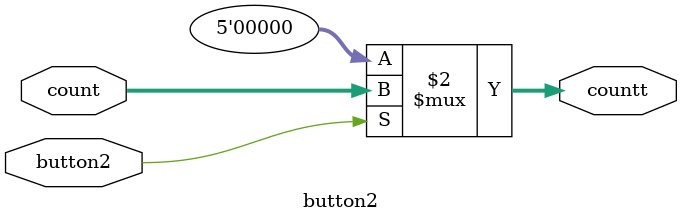
<source format=v>
`timescale 1ns / 1ps


(* dont_touch = "true" *)
module button2(
    input [4:0]count,
    input button2,
    output [4:0]countt
    );
    assign countt=(button2==1'b1)?count:5'd0;
endmodule
</source>
